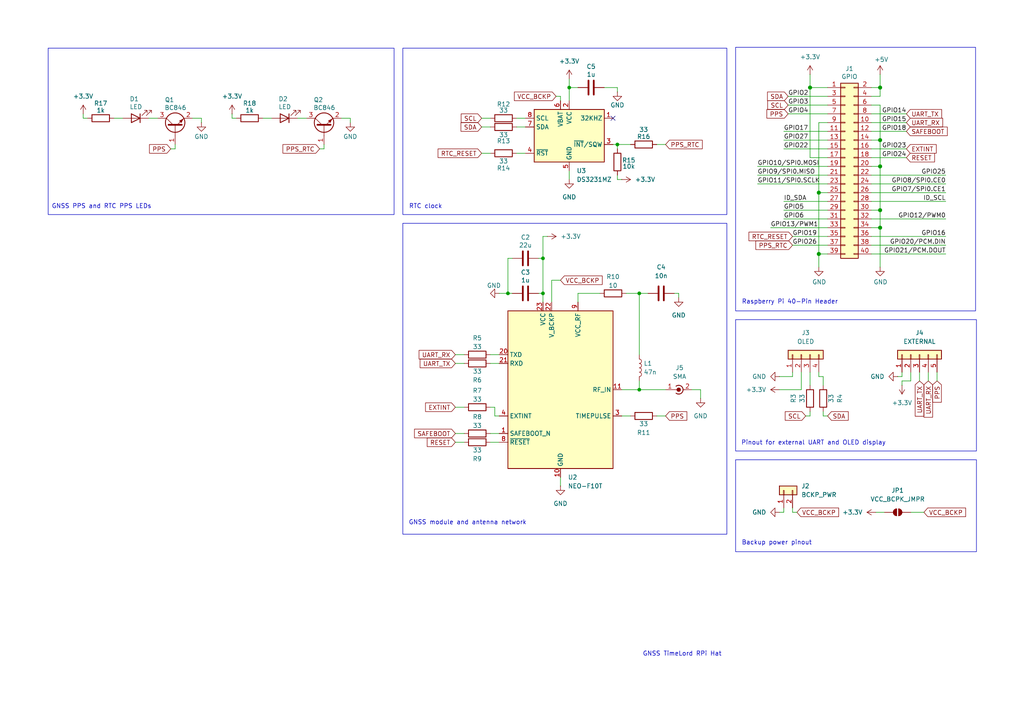
<source format=kicad_sch>
(kicad_sch (version 20250114) (generator "eeschema") (generator_version "9.0")
  (paper "A4")
  (title_block (date "15 nov 2012"))
  (lib_symbols
    (symbol "Connector:Conn_Coaxial_Power" (pin_names (offset 1.016) (hide yes))
      (property "Reference" "J" (at -5.08 -1.27 90))
      (property "Value" "Conn_Coaxial_Power" (at -3.175 -1.27 90))
      (symbol "Conn_Coaxial_Power_0_1"
        (arc (start 1.016 -0.508) (mid 1.2048 -0.8684) (end 1.27 -1.27) (stroke (width 0.254)))
        (polyline (pts (xy 0 0) (xy 0 -1.27)))
        (arc (start 1.27 -1.27) (mid 0 -2.5345) (end -1.27 -1.27) (stroke (width 0.254)))
        (arc (start -1.27 -1.27) (mid -1.2048 -0.8684) (end -1.016 -0.508) (stroke (width 0.254)))
        (circle (center 0 -1.27) (radius 0.508) (stroke (width 0.2032)) (fill (type outline)))
        (polyline (pts (xy 0 -2.54) (xy 0 -3.048)))
      )
      (symbol "Conn_Coaxial_Power_1_1"
        (pin passive line (at 0 2.54 270) (length 2.54) (name "In") (number "1"))
        (pin passive line (at 0 -5.08 90) (length 2.54) (name "Ext") (number "2"))
      )
    )
    (symbol "Connector_Generic:Conn_01x02" (pin_names (offset 1.016) (hide yes))
      (property "Reference" "J" (at 0 2.54 0))
      (property "Value" "Conn_01x02" (at 0 -5.08 0))
      (symbol "Conn_01x02_1_1"
        (rectangle (start -1.27 1.27) (end 1.27 -3.81) (stroke (width 0.254)) (fill (type background)))
        (rectangle (start -1.27 0.127) (end 0 -0.127) (stroke (width 0.1524)))
        (rectangle (start -1.27 -2.413) (end 0 -2.667) (stroke (width 0.1524)))
        (pin passive line (at -5.08 0 0) (length 3.81) (name "Pin_1") (number "1"))
        (pin passive line (at -5.08 -2.54 0) (length 3.81) (name "Pin_2") (number "2"))
      )
    )
    (symbol "Connector_Generic:Conn_01x04" (pin_names (offset 1.016) (hide yes))
      (property "Reference" "J" (at 0 5.08 0))
      (property "Value" "Conn_01x04" (at 0 -7.62 0))
      (symbol "Conn_01x04_1_1"
        (rectangle (start -1.27 3.81) (end 1.27 -6.35) (stroke (width 0.254)) (fill (type background)))
        (rectangle (start -1.27 2.667) (end 0 2.413) (stroke (width 0.1524)))
        (rectangle (start -1.27 0.127) (end 0 -0.127) (stroke (width 0.1524)))
        (rectangle (start -1.27 -2.413) (end 0 -2.667) (stroke (width 0.1524)))
        (rectangle (start -1.27 -4.953) (end 0 -5.207) (stroke (width 0.1524)))
        (pin passive line (at -5.08 2.54 0) (length 3.81) (name "Pin_1") (number "1"))
        (pin passive line (at -5.08 0 0) (length 3.81) (name "Pin_2") (number "2"))
        (pin passive line (at -5.08 -2.54 0) (length 3.81) (name "Pin_3") (number "3"))
        (pin passive line (at -5.08 -5.08 0) (length 3.81) (name "Pin_4") (number "4"))
      )
    )
    (symbol "Connector_Generic:Conn_01x05" (pin_names (offset 1.016) (hide yes))
      (property "Reference" "J" (at 0 7.62 0))
      (property "Value" "Conn_01x05" (at 0 -7.62 0))
      (symbol "Conn_01x05_1_1"
        (rectangle (start -1.27 6.35) (end 1.27 -6.35) (stroke (width 0.254)) (fill (type background)))
        (rectangle (start -1.27 5.207) (end 0 4.953) (stroke (width 0.1524)))
        (rectangle (start -1.27 2.667) (end 0 2.413) (stroke (width 0.1524)))
        (rectangle (start -1.27 0.127) (end 0 -0.127) (stroke (width 0.1524)))
        (rectangle (start -1.27 -2.413) (end 0 -2.667) (stroke (width 0.1524)))
        (rectangle (start -1.27 -4.953) (end 0 -5.207) (stroke (width 0.1524)))
        (pin passive line (at -5.08 5.08 0) (length 3.81) (name "Pin_1") (number "1"))
        (pin passive line (at -5.08 2.54 0) (length 3.81) (name "Pin_2") (number "2"))
        (pin passive line (at -5.08 0 0) (length 3.81) (name "Pin_3") (number "3"))
        (pin passive line (at -5.08 -2.54 0) (length 3.81) (name "Pin_4") (number "4"))
        (pin passive line (at -5.08 -5.08 0) (length 3.81) (name "Pin_5") (number "5"))
      )
    )
    (symbol "Connector_Generic:Conn_02x20_Odd_Even" (pin_names (offset 1.016) (hide yes))
      (property "Reference" "J" (at 1.27 25.4 0))
      (property "Value" "Conn_02x20_Odd_Even" (at 1.27 -27.94 0))
      (symbol "Conn_02x20_Odd_Even_1_1"
        (rectangle (start -1.27 24.13) (end 3.81 -26.67) (stroke (width 0.254)) (fill (type background)))
        (rectangle (start -1.27 22.987) (end 0 22.733) (stroke (width 0.1524)))
        (rectangle (start -1.27 20.447) (end 0 20.193) (stroke (width 0.1524)))
        (rectangle (start -1.27 17.907) (end 0 17.653) (stroke (width 0.1524)))
        (rectangle (start -1.27 15.367) (end 0 15.113) (stroke (width 0.1524)))
        (rectangle (start -1.27 12.827) (end 0 12.573) (stroke (width 0.1524)))
        (rectangle (start -1.27 10.287) (end 0 10.033) (stroke (width 0.1524)))
        (rectangle (start -1.27 7.747) (end 0 7.493) (stroke (width 0.1524)))
        (rectangle (start -1.27 5.207) (end 0 4.953) (stroke (width 0.1524)))
        (rectangle (start -1.27 2.667) (end 0 2.413) (stroke (width 0.1524)))
        (rectangle (start -1.27 0.127) (end 0 -0.127) (stroke (width 0.1524)))
        (rectangle (start -1.27 -2.413) (end 0 -2.667) (stroke (width 0.1524)))
        (rectangle (start -1.27 -4.953) (end 0 -5.207) (stroke (width 0.1524)))
        (rectangle (start -1.27 -7.493) (end 0 -7.747) (stroke (width 0.1524)))
        (rectangle (start -1.27 -10.033) (end 0 -10.287) (stroke (width 0.1524)))
        (rectangle (start -1.27 -12.573) (end 0 -12.827) (stroke (width 0.1524)))
        (rectangle (start -1.27 -15.113) (end 0 -15.367) (stroke (width 0.1524)))
        (rectangle (start -1.27 -17.653) (end 0 -17.907) (stroke (width 0.1524)))
        (rectangle (start -1.27 -20.193) (end 0 -20.447) (stroke (width 0.1524)))
        (rectangle (start -1.27 -22.733) (end 0 -22.987) (stroke (width 0.1524)))
        (rectangle (start -1.27 -25.273) (end 0 -25.527) (stroke (width 0.1524)))
        (rectangle (start 3.81 22.987) (end 2.54 22.733) (stroke (width 0.1524)))
        (rectangle (start 3.81 20.447) (end 2.54 20.193) (stroke (width 0.1524)))
        (rectangle (start 3.81 17.907) (end 2.54 17.653) (stroke (width 0.1524)))
        (rectangle (start 3.81 15.367) (end 2.54 15.113) (stroke (width 0.1524)))
        (rectangle (start 3.81 12.827) (end 2.54 12.573) (stroke (width 0.1524)))
        (rectangle (start 3.81 10.287) (end 2.54 10.033) (stroke (width 0.1524)))
        (rectangle (start 3.81 7.747) (end 2.54 7.493) (stroke (width 0.1524)))
        (rectangle (start 3.81 5.207) (end 2.54 4.953) (stroke (width 0.1524)))
        (rectangle (start 3.81 2.667) (end 2.54 2.413) (stroke (width 0.1524)))
        (rectangle (start 3.81 0.127) (end 2.54 -0.127) (stroke (width 0.1524)))
        (rectangle (start 3.81 -2.413) (end 2.54 -2.667) (stroke (width 0.1524)))
        (rectangle (start 3.81 -4.953) (end 2.54 -5.207) (stroke (width 0.1524)))
        (rectangle (start 3.81 -7.493) (end 2.54 -7.747) (stroke (width 0.1524)))
        (rectangle (start 3.81 -10.033) (end 2.54 -10.287) (stroke (width 0.1524)))
        (rectangle (start 3.81 -12.573) (end 2.54 -12.827) (stroke (width 0.1524)))
        (rectangle (start 3.81 -15.113) (end 2.54 -15.367) (stroke (width 0.1524)))
        (rectangle (start 3.81 -17.653) (end 2.54 -17.907) (stroke (width 0.1524)))
        (rectangle (start 3.81 -20.193) (end 2.54 -20.447) (stroke (width 0.1524)))
        (rectangle (start 3.81 -22.733) (end 2.54 -22.987) (stroke (width 0.1524)))
        (rectangle (start 3.81 -25.273) (end 2.54 -25.527) (stroke (width 0.1524)))
        (pin passive line (at -5.08 22.86 0) (length 3.81) (name "Pin_1") (number "1"))
        (pin passive line (at -5.08 20.32 0) (length 3.81) (name "Pin_3") (number "3"))
        (pin passive line (at -5.08 17.78 0) (length 3.81) (name "Pin_5") (number "5"))
        (pin passive line (at -5.08 15.24 0) (length 3.81) (name "Pin_7") (number "7"))
        (pin passive line (at -5.08 12.7 0) (length 3.81) (name "Pin_9") (number "9"))
        (pin passive line (at -5.08 10.16 0) (length 3.81) (name "Pin_11") (number "11"))
        (pin passive line (at -5.08 7.62 0) (length 3.81) (name "Pin_13") (number "13"))
        (pin passive line (at -5.08 5.08 0) (length 3.81) (name "Pin_15") (number "15"))
        (pin passive line (at -5.08 2.54 0) (length 3.81) (name "Pin_17") (number "17"))
        (pin passive line (at -5.08 0 0) (length 3.81) (name "Pin_19") (number "19"))
        (pin passive line (at -5.08 -2.54 0) (length 3.81) (name "Pin_21") (number "21"))
        (pin passive line (at -5.08 -5.08 0) (length 3.81) (name "Pin_23") (number "23"))
        (pin passive line (at -5.08 -7.62 0) (length 3.81) (name "Pin_25") (number "25"))
        (pin passive line (at -5.08 -10.16 0) (length 3.81) (name "Pin_27") (number "27"))
        (pin passive line (at -5.08 -12.7 0) (length 3.81) (name "Pin_29") (number "29"))
        (pin passive line (at -5.08 -15.24 0) (length 3.81) (name "Pin_31") (number "31"))
        (pin passive line (at -5.08 -17.78 0) (length 3.81) (name "Pin_33") (number "33"))
        (pin passive line (at -5.08 -20.32 0) (length 3.81) (name "Pin_35") (number "35"))
        (pin passive line (at -5.08 -22.86 0) (length 3.81) (name "Pin_37") (number "37"))
        (pin passive line (at -5.08 -25.4 0) (length 3.81) (name "Pin_39") (number "39"))
        (pin passive line (at 7.62 22.86 180) (length 3.81) (name "Pin_2") (number "2"))
        (pin passive line (at 7.62 20.32 180) (length 3.81) (name "Pin_4") (number "4"))
        (pin passive line (at 7.62 17.78 180) (length 3.81) (name "Pin_6") (number "6"))
        (pin passive line (at 7.62 15.24 180) (length 3.81) (name "Pin_8") (number "8"))
        (pin passive line (at 7.62 12.7 180) (length 3.81) (name "Pin_10") (number "10"))
        (pin passive line (at 7.62 10.16 180) (length 3.81) (name "Pin_12") (number "12"))
        (pin passive line (at 7.62 7.62 180) (length 3.81) (name "Pin_14") (number "14"))
        (pin passive line (at 7.62 5.08 180) (length 3.81) (name "Pin_16") (number "16"))
        (pin passive line (at 7.62 2.54 180) (length 3.81) (name "Pin_18") (number "18"))
        (pin passive line (at 7.62 0 180) (length 3.81) (name "Pin_20") (number "20"))
        (pin passive line (at 7.62 -2.54 180) (length 3.81) (name "Pin_22") (number "22"))
        (pin passive line (at 7.62 -5.08 180) (length 3.81) (name "Pin_24") (number "24"))
        (pin passive line (at 7.62 -7.62 180) (length 3.81) (name "Pin_26") (number "26"))
        (pin passive line (at 7.62 -10.16 180) (length 3.81) (name "Pin_28") (number "28"))
        (pin passive line (at 7.62 -12.7 180) (length 3.81) (name "Pin_30") (number "30"))
        (pin passive line (at 7.62 -15.24 180) (length 3.81) (name "Pin_32") (number "32"))
        (pin passive line (at 7.62 -17.78 180) (length 3.81) (name "Pin_34") (number "34"))
        (pin passive line (at 7.62 -20.32 180) (length 3.81) (name "Pin_36") (number "36"))
        (pin passive line (at 7.62 -22.86 180) (length 3.81) (name "Pin_38") (number "38"))
        (pin passive line (at 7.62 -25.4 180) (length 3.81) (name "Pin_40") (number "40"))
      )
    )
    (symbol "Device:C" (pin_numbers (hide yes)) (pin_names (offset 0.254))
      (property "Reference" "C" (at 0.635 2.54 0))
      (property "Value" "C" (at 0.635 -2.54 0))
      (symbol "C_0_1"
        (polyline (pts (xy -2.032 0.762) (xy 2.032 0.762)) (stroke (width 0.508)))
        (polyline (pts (xy -2.032 -0.762) (xy 2.032 -0.762)) (stroke (width 0.508)))
      )
      (symbol "C_1_1"
        (pin passive line (at 0 3.81 270) (length 2.794) (name "~") (number "1"))
        (pin passive line (at 0 -3.81 90) (length 2.794) (name "~") (number "2"))
      )
    )
    (symbol "Device:L" (pin_numbers (hide yes)) (pin_names (offset 1.016) (hide yes))
      (property "Reference" "L" (at -1.27 0 90))
      (property "Value" "L" (at 1.905 0 90))
      (symbol "L_0_1"
        (arc (start 0 2.54) (mid 0.6323 1.905) (end 0 1.27))
        (arc (start 0 1.27) (mid 0.6323 0.635) (end 0 0))
        (arc (start 0 0) (mid 0.6323 -0.635) (end 0 -1.27))
        (arc (start 0 -1.27) (mid 0.6323 -1.905) (end 0 -2.54))
      )
      (symbol "L_1_1"
        (pin passive line (at 0 3.81 270) (length 1.27) (name "1") (number "1"))
        (pin passive line (at 0 -3.81 90) (length 1.27) (name "2") (number "2"))
      )
    )
    (symbol "Device:LED" (pin_numbers (hide yes)) (pin_names (offset 1.016) (hide yes))
      (property "Reference" "D" (at 0 2.54 0))
      (property "Value" "LED" (at 0 -2.54 0))
      (symbol "LED_0_1"
        (polyline (pts (xy -3.048 -0.762) (xy -4.572 -2.286) (xy -3.81 -2.286) (xy -4.572 -2.286) (xy -4.572 -1.524)))
        (polyline (pts (xy -1.778 -0.762) (xy -3.302 -2.286) (xy -2.54 -2.286) (xy -3.302 -2.286) (xy -3.302 -1.524)))
        (polyline (pts (xy -1.27 0) (xy 1.27 0)))
        (polyline (pts (xy -1.27 -1.27) (xy -1.27 1.27)) (stroke (width 0.254)))
        (polyline (pts (xy 1.27 -1.27) (xy 1.27 1.27) (xy -1.27 0) (xy 1.27 -1.27)) (stroke (width 0.254)))
      )
      (symbol "LED_1_1"
        (pin passive line (at -3.81 0 0) (length 2.54) (name "K") (number "1"))
        (pin passive line (at 3.81 0 180) (length 2.54) (name "A") (number "2"))
      )
    )
    (symbol "Device:R" (pin_numbers (hide yes)) (pin_names (offset 0))
      (property "Reference" "R" (at 2.032 0 90))
      (property "Value" "R" (at 0 0 90))
      (symbol "R_0_1"
        (rectangle (start -1.016 -2.54) (end 1.016 2.54) (stroke (width 0.254)))
      )
      (symbol "R_1_1"
        (pin passive line (at 0 3.81 270) (length 1.27) (name "~") (number "1"))
        (pin passive line (at 0 -3.81 90) (length 1.27) (name "~") (number "2"))
      )
    )
    (symbol "Jumper:SolderJumper_2_Open" (pin_numbers (hide yes)) (pin_names (offset 0) (hide yes)) (exclude_from_sim yes) (in_bom no)
      (property "Reference" "JP" (at 0 2.032 0))
      (property "Value" "SolderJumper_2_Open" (at 0 -2.54 0))
      (symbol "SolderJumper_2_Open_0_1"
        (polyline (pts (xy -0.254 1.016) (xy -0.254 -1.016)))
        (arc (start -0.254 -1.016) (mid -1.2656 0) (end -0.254 1.016))
        (arc (start -0.254 -1.016) (mid -1.2656 0) (end -0.254 1.016) (fill (type outline)))
        (arc (start 0.254 1.016) (mid 1.2656 0) (end 0.254 -1.016))
        (arc (start 0.254 1.016) (mid 1.2656 0) (end 0.254 -1.016) (fill (type outline)))
        (polyline (pts (xy 0.254 1.016) (xy 0.254 -1.016)))
      )
      (symbol "SolderJumper_2_Open_1_1"
        (pin passive line (at -3.81 0 0) (length 2.54) (name "A") (number "1"))
        (pin passive line (at 3.81 0 180) (length 2.54) (name "B") (number "2"))
      )
    )
    (symbol "Timer_RTC:DS3231MZ"
      (property "Reference" "U" (at -7.62 8.89 0))
      (property "Value" "DS3231MZ" (at 11.43 8.89 0))
      (symbol "DS3231MZ_0_1"
        (rectangle (start -10.16 7.62) (end 10.16 -7.62) (stroke (width 0.254)) (fill (type background)))
      )
      (symbol "DS3231MZ_1_1"
        (pin input line (at -12.7 5.08 0) (length 2.54) (name "SCL") (number "8"))
        (pin bidirectional line (at -12.7 2.54 0) (length 2.54) (name "SDA") (number "7"))
        (pin bidirectional line (at -12.7 -5.08 0) (length 2.54) (name "~{RST}") (number "4"))
        (pin power_in line (at -2.54 10.16 270) (length 2.54) (name "VBAT") (number "6"))
        (pin power_in line (at 0 10.16 270) (length 2.54) (name "VCC") (number "2"))
        (pin power_in line (at 0 -10.16 90) (length 2.54) (name "GND") (number "5"))
        (pin open_collector line (at 12.7 5.08 180) (length 2.54) (name "32KHZ") (number "1"))
        (pin open_collector line (at 12.7 -2.54 180) (length 2.54) (name "~{INT}/SQW") (number "3"))
      )
    )
    (symbol "Transistor_BJT:BC846" (pin_names (offset 0) (hide yes))
      (property "Reference" "Q" (at 5.08 1.905 0))
      (property "Value" "BC846" (at 5.08 0 0))
      (symbol "BC846_0_1"
        (polyline (pts (xy -2.54 0) (xy 0.635 0)))
        (polyline (pts (xy 0.635 1.905) (xy 0.635 -1.905)) (stroke (width 0.508)))
        (circle (center 1.27 0) (radius 2.8194) (stroke (width 0.254)))
      )
      (symbol "BC846_1_1"
        (polyline (pts (xy 0.635 0.635) (xy 2.54 2.54)))
        (polyline (pts (xy 0.635 -0.635) (xy 2.54 -2.54)))
        (polyline (pts (xy 1.27 -1.778) (xy 1.778 -1.27) (xy 2.286 -2.286) (xy 1.27 -1.778)) (fill (type outline)))
        (pin input line (at -5.08 0 0) (length 2.54) (name "B") (number "1"))
        (pin passive line (at 2.54 5.08 270) (length 2.54) (name "C") (number "3"))
        (pin passive line (at 2.54 -5.08 90) (length 2.54) (name "E") (number "2"))
      )
    )
    (symbol "neo-f10t:NEO-F10T"
      (property "Reference" "U" (at -13.97 24.13 0))
      (property "Value" "NEO-F10T" (at 11.43 24.13 0))
      (symbol "NEO-F10T_0_1"
        (rectangle (start -15.24 22.86) (end 15.24 -22.86) (stroke (width 0.254)) (fill (type background)))
      )
      (symbol "NEO-F10T_1_1"
        (pin output line (at -17.78 10.16 0) (length 2.54) (name "TXD") (number "20"))
        (pin input line (at -17.78 7.62 0) (length 2.54) (name "RXD") (number "21"))
        (pin input line (at -17.78 -7.62 0) (length 2.54) (name "EXTINT") (number "4"))
        (pin bidirectional line (at -17.78 -12.7 0) (length 2.54) (name "SAFEBOOT_N") (number "1"))
        (pin input line (at -17.78 -15.24 0) (length 2.54) (name "~{RESET}") (number "8"))
        (pin no_connect line (at -15.24 17.78 0) (length 2.54) (hide yes) (name "RESERVED") (number "5"))
        (pin no_connect line (at -15.24 15.24 0) (length 2.54) (hide yes) (name "RESERVED") (number "6"))
        (pin no_connect line (at -15.24 2.54 0) (length 2.54) (hide yes) (name "RESERVED") (number "18"))
        (pin no_connect line (at -15.24 0 0) (length 2.54) (hide yes) (name "RESERVED") (number "19"))
        (pin no_connect line (at -15.24 -5.08 0) (length 2.54) (hide yes) (name "RESERVED") (number "15"))
        (pin no_connect line (at -15.24 -17.78 0) (length 2.54) (hide yes) (name "RESERVED") (number "2"))
        (pin power_in line (at -5.08 25.4 270) (length 2.54) (name "VCC") (number "23"))
        (pin power_in line (at -2.54 25.4 270) (length 2.54) (name "V_BCKP") (number "22"))
        (pin no_connect line (at 0 22.86 270) (length 2.54) (hide yes) (name "RESERVED") (number "7"))
        (pin power_in line (at 0 -25.4 90) (length 2.54) (name "GND") (number "10"))
        (pin passive line (at 0 -25.4 90) (length 2.54) (hide yes) (name "GND") (number "12"))
        (pin passive line (at 0 -25.4 90) (length 2.54) (hide yes) (name "GND") (number "13"))
        (pin passive line (at 0 -25.4 90) (length 2.54) (hide yes) (name "GND") (number "24"))
        (pin power_out line (at 5.08 25.4 270) (length 2.54) (name "VCC_RF") (number "9"))
        (pin no_connect line (at 15.24 5.08 180) (length 2.54) (hide yes) (name "RESERVED") (number "14"))
        (pin no_connect line (at 15.24 -10.16 180) (length 2.54) (hide yes) (name "RESERVED") (number "16"))
        (pin no_connect line (at 15.24 -12.7 180) (length 2.54) (hide yes) (name "RESERVED") (number "17"))
        (pin input line (at 17.78 0 180) (length 2.54) (name "RF_IN") (number "11"))
        (pin output line (at 17.78 -7.62 180) (length 2.54) (name "TIMEPULSE") (number "3"))
      )
    )
    (symbol "power:+3.3V" (power) (pin_numbers (hide yes)) (pin_names (offset 0) (hide yes))
      (property "Value" "+3.3V" (at 0 3.556 0))
      (symbol "+3.3V_0_1"
        (polyline (pts (xy -0.762 1.27) (xy 0 2.54)))
        (polyline (pts (xy 0 2.54) (xy 0.762 1.27)))
        (polyline (pts (xy 0 0) (xy 0 2.54)))
      )
      (symbol "+3.3V_1_1"
        (pin power_in line (at 0 0 90) (length 0) (name "~") (number "1"))
      )
    )
    (symbol "power:+5V" (power) (pin_numbers (hide yes)) (pin_names (offset 0) (hide yes))
      (property "Value" "+5V" (at 0 3.556 0))
      (symbol "+5V_0_1"
        (polyline (pts (xy -0.762 1.27) (xy 0 2.54)))
        (polyline (pts (xy 0 2.54) (xy 0.762 1.27)))
        (polyline (pts (xy 0 0) (xy 0 2.54)))
      )
      (symbol "+5V_1_1"
        (pin power_in line (at 0 0 90) (length 0) (name "~") (number "1"))
      )
    )
    (symbol "power:GND" (power) (pin_numbers (hide yes)) (pin_names (offset 0) (hide yes))
      (property "Value" "GND" (at 0 -3.81 0))
      (symbol "GND_0_1"
        (polyline (pts (xy 0 0) (xy 0 -1.27) (xy 1.27 -1.27) (xy 0 -2.54) (xy -1.27 -1.27) (xy 0 -1.27)))
      )
      (symbol "GND_1_1"
        (pin power_in line (at 0 0 270) (length 0) (name "~") (number "1"))
      )
    )
  )
  (rectangle (start 213.36 92.71) (end 283.21 130.81))
  (rectangle (start 213.36 13.716) (end 282.956 90.17))
  (rectangle (start 116.84 13.97) (end 210.82 62.23))
  (rectangle (start 13.97 13.97) (end 114.3 62.23))
  (rectangle (start 213.36 133.35) (end 283.21 160.02))
  (rectangle (start 116.84 64.77) (end 210.82 154.94))
  (text "RTC clock" (at 123.444 59.944 0) (effects (font (size 1.27 1.27))))
  (text "GNSS PPS and RTC PPS LEDs\n" (at 29.464 59.944 0) (effects (font (size 1.27 1.27))))
  (text "Backup power pinout" (at 225.298 157.48 0) (effects (font (size 1.27 1.27))))
  (text "GNSS TimeLord RPi Hat" (at 197.866 189.738 0) (effects (font (size 1.27 1.27))))
  (text "Pinout for external UART and OLED display" (at 235.966 128.524 0) (effects (font (size 1.27 1.27))))
  (text "GNSS module and antenna network" (at 135.636 151.638 0) (effects (font (size 1.27 1.27))))
  (text "Raspberry Pi 40-Pin Header" (at 229.108 87.63 0) (effects (font (size 1.27 1.27))))
  (junction (at 255.27 25.4) (diameter 1.016))
  (junction (at 255.27 40.64) (diameter 1.016))
  (junction (at 179.07 41.91))
  (junction (at 157.48 74.93))
  (junction (at 165.1 25.4))
  (junction (at 237.49 73.66) (diameter 1.016))
  (junction (at 237.49 55.88) (diameter 1.016))
  (junction (at 185.42 113.03))
  (junction (at 147.32 85.09))
  (junction (at 255.27 66.04) (diameter 1.016))
  (junction (at 255.27 60.96) (diameter 1.016))
  (junction (at 255.27 48.26) (diameter 1.016))
  (junction (at 157.48 85.09))
  (junction (at 185.42 85.09))
  (junction (at 234.95 25.4) (diameter 1.016))
  (no_connect (at 177.8 34.29))
  (wire (pts (xy 237.49 55.88) (xy 237.49 73.66)))
  (wire (pts (xy 252.73 55.88) (xy 274.32 55.88)))
  (wire (pts (xy 196.85 86.36) (xy 196.85 85.09)))
  (wire (pts (xy 240.03 38.1) (xy 227.33 38.1)))
  (wire (pts (xy 234.95 120.65) (xy 233.68 120.65)))
  (wire (pts (xy 58.42 34.29) (xy 58.42 35.56)))
  (wire (pts (xy 229.87 109.22) (xy 229.87 107.95)))
  (wire (pts (xy 227.33 148.59) (xy 227.33 147.32)))
  (wire (pts (xy 255.27 30.48) (xy 255.27 40.64)))
  (wire (pts (xy 255.27 48.26) (xy 252.73 48.26)))
  (wire (pts (xy 142.24 125.73) (xy 144.78 125.73)))
  (wire (pts (xy 92.71 43.18) (xy 93.98 43.18)))
  (wire (pts (xy 165.1 25.4) (xy 165.1 22.86)))
  (wire (pts (xy 149.86 44.45) (xy 152.4 44.45)))
  (wire (pts (xy 261.62 110.49) (xy 261.62 111.76)))
  (wire (pts (xy 255.27 60.96) (xy 255.27 66.04)))
  (wire (pts (xy 147.32 74.93) (xy 148.59 74.93)))
  (wire (pts (xy 226.06 109.22) (xy 229.87 109.22)))
  (wire (pts (xy 179.07 26.67) (xy 179.07 25.4)))
  (wire (pts (xy 147.32 85.09) (xy 147.32 74.93)))
  (wire (pts (xy 142.24 105.41) (xy 144.78 105.41)))
  (wire (pts (xy 143.51 118.11) (xy 143.51 120.65)))
  (wire (pts (xy 238.76 109.22) (xy 238.76 111.76)))
  (wire (pts (xy 180.34 52.07) (xy 179.07 52.07)))
  (wire (pts (xy 255.27 48.26) (xy 255.27 60.96)))
  (wire (pts (xy 252.73 33.02) (xy 262.89 33.02)))
  (wire (pts (xy 139.7 44.45) (xy 142.24 44.45)))
  (wire (pts (xy 237.49 35.56) (xy 237.49 55.88)))
  (wire (pts (xy 266.7 107.95) (xy 266.7 110.49)))
  (wire (pts (xy 24.13 34.29) (xy 25.4 34.29)))
  (wire (pts (xy 261.62 109.22) (xy 261.62 107.95)))
  (wire (pts (xy 157.48 87.63) (xy 157.48 85.09)))
  (wire (pts (xy 24.13 33.02) (xy 24.13 34.29)))
  (wire (pts (xy 237.49 35.56) (xy 240.03 35.56)))
  (wire (pts (xy 252.73 53.34) (xy 274.32 53.34)))
  (wire (pts (xy 49.53 43.18) (xy 50.8 43.18)))
  (wire (pts (xy 240.03 58.42) (xy 227.33 58.42)))
  (wire (pts (xy 234.95 120.65) (xy 234.95 119.38)))
  (wire (pts (xy 227.33 60.96) (xy 240.03 60.96)))
  (wire (pts (xy 179.07 52.07) (xy 179.07 50.8)))
  (wire (pts (xy 149.86 34.29) (xy 152.4 34.29)))
  (wire (pts (xy 240.03 120.65) (xy 238.76 120.65)))
  (wire (pts (xy 156.21 85.09) (xy 157.48 85.09)))
  (wire (pts (xy 101.6 34.29) (xy 101.6 35.56)))
  (wire (pts (xy 237.49 55.88) (xy 240.03 55.88)))
  (wire (pts (xy 252.73 43.18) (xy 262.89 43.18)))
  (wire (pts (xy 162.56 27.94) (xy 161.29 27.94)))
  (wire (pts (xy 226.06 148.59) (xy 227.33 148.59)))
  (wire (pts (xy 142.24 128.27) (xy 144.78 128.27)))
  (wire (pts (xy 139.7 36.83) (xy 142.24 36.83)))
  (wire (pts (xy 252.73 73.66) (xy 274.32 73.66)))
  (wire (pts (xy 237.49 73.66) (xy 237.49 77.47)))
  (wire (pts (xy 227.33 40.64) (xy 240.03 40.64)))
  (wire (pts (xy 157.48 68.58) (xy 158.75 68.58)))
  (wire (pts (xy 234.95 21.59) (xy 234.95 25.4)))
  (wire (pts (xy 226.06 113.03) (xy 232.41 113.03)))
  (wire (pts (xy 180.34 113.03) (xy 185.42 113.03)))
  (wire (pts (xy 271.78 107.95) (xy 271.78 110.49)))
  (wire (pts (xy 147.32 85.09) (xy 148.59 85.09)))
  (wire (pts (xy 177.8 41.91) (xy 179.07 41.91)))
  (wire (pts (xy 43.18 34.29) (xy 45.72 34.29)))
  (wire (pts (xy 203.2 113.03) (xy 200.66 113.03)))
  (wire (pts (xy 255.27 66.04) (xy 252.73 66.04)))
  (wire (pts (xy 33.02 34.29) (xy 35.56 34.29)))
  (wire (pts (xy 185.42 113.03) (xy 193.04 113.03)))
  (wire (pts (xy 67.31 34.29) (xy 68.58 34.29)))
  (wire (pts (xy 228.6 30.48) (xy 240.03 30.48)))
  (wire (pts (xy 165.1 49.53) (xy 165.1 52.07)))
  (wire (pts (xy 181.61 85.09) (xy 185.42 85.09)))
  (wire (pts (xy 219.71 53.34) (xy 240.03 53.34)))
  (wire (pts (xy 261.62 110.49) (xy 264.16 110.49)))
  (wire (pts (xy 234.95 45.72) (xy 240.03 45.72)))
  (wire (pts (xy 101.6 34.29) (xy 99.06 34.29)))
  (wire (pts (xy 240.03 27.94) (xy 228.6 27.94)))
  (wire (pts (xy 260.35 109.22) (xy 261.62 109.22)))
  (wire (pts (xy 255.27 25.4) (xy 255.27 27.94)))
  (wire (pts (xy 132.08 118.11) (xy 134.62 118.11)))
  (wire (pts (xy 160.02 81.28) (xy 162.56 81.28)))
  (wire (pts (xy 196.85 85.09) (xy 195.58 85.09)))
  (wire (pts (xy 229.87 148.59) (xy 229.87 147.32)))
  (wire (pts (xy 255.27 40.64) (xy 255.27 48.26)))
  (wire (pts (xy 252.73 38.1) (xy 262.89 38.1)))
  (wire (pts (xy 255.27 40.64) (xy 252.73 40.64)))
  (wire (pts (xy 264.16 148.59) (xy 267.97 148.59)))
  (wire (pts (xy 162.56 29.21) (xy 162.56 27.94)))
  (wire (pts (xy 255.27 21.59) (xy 255.27 25.4)))
  (wire (pts (xy 228.6 33.02) (xy 240.03 33.02)))
  (wire (pts (xy 255.27 25.4) (xy 252.73 25.4)))
  (wire (pts (xy 229.87 68.58) (xy 240.03 68.58)))
  (wire (pts (xy 234.95 25.4) (xy 234.95 45.72)))
  (wire (pts (xy 252.73 45.72) (xy 262.89 45.72)))
  (wire (pts (xy 142.24 118.11) (xy 143.51 118.11)))
  (wire (pts (xy 252.73 35.56) (xy 262.89 35.56)))
  (wire (pts (xy 50.8 43.18) (xy 50.8 41.91)))
  (wire (pts (xy 185.42 102.87) (xy 185.42 85.09)))
  (wire (pts (xy 76.2 34.29) (xy 78.74 34.29)))
  (wire (pts (xy 238.76 120.65) (xy 238.76 119.38)))
  (wire (pts (xy 227.33 43.18) (xy 240.03 43.18)))
  (wire (pts (xy 157.48 74.93) (xy 157.48 85.09)))
  (wire (pts (xy 219.71 50.8) (xy 240.03 50.8)))
  (wire (pts (xy 167.64 25.4) (xy 165.1 25.4)))
  (wire (pts (xy 132.08 102.87) (xy 134.62 102.87)))
  (wire (pts (xy 269.24 107.95) (xy 269.24 110.49)))
  (wire (pts (xy 139.7 34.29) (xy 142.24 34.29)))
  (wire (pts (xy 234.95 107.95) (xy 234.95 111.76)))
  (wire (pts (xy 227.33 63.5) (xy 240.03 63.5)))
  (wire (pts (xy 58.42 34.29) (xy 55.88 34.29)))
  (wire (pts (xy 255.27 27.94) (xy 252.73 27.94)))
  (wire (pts (xy 193.04 120.65) (xy 190.5 120.65)))
  (wire (pts (xy 67.31 33.02) (xy 67.31 34.29)))
  (wire (pts (xy 252.73 68.58) (xy 274.32 68.58)))
  (wire (pts (xy 93.98 43.18) (xy 93.98 41.91)))
  (wire (pts (xy 252.73 63.5) (xy 274.32 63.5)))
  (wire (pts (xy 237.49 73.66) (xy 240.03 73.66)))
  (wire (pts (xy 143.51 120.65) (xy 144.78 120.65)))
  (wire (pts (xy 238.76 109.22) (xy 237.49 109.22)))
  (wire (pts (xy 252.73 71.12) (xy 274.32 71.12)))
  (wire (pts (xy 132.08 105.41) (xy 134.62 105.41)))
  (wire (pts (xy 264.16 110.49) (xy 264.16 107.95)))
  (wire (pts (xy 255.27 30.48) (xy 252.73 30.48)))
  (wire (pts (xy 229.87 71.12) (xy 240.03 71.12)))
  (wire (pts (xy 185.42 110.49) (xy 185.42 113.03)))
  (wire (pts (xy 157.48 68.58) (xy 157.48 74.93)))
  (wire (pts (xy 175.26 25.4) (xy 179.07 25.4)))
  (wire (pts (xy 232.41 113.03) (xy 232.41 107.95)))
  (wire (pts (xy 203.2 115.57) (xy 203.2 113.03)))
  (wire (pts (xy 132.08 125.73) (xy 134.62 125.73)))
  (wire (pts (xy 237.49 109.22) (xy 237.49 107.95)))
  (wire (pts (xy 231.14 148.59) (xy 229.87 148.59)))
  (wire (pts (xy 162.56 138.43) (xy 162.56 140.97)))
  (wire (pts (xy 179.07 43.18) (xy 179.07 41.91)))
  (wire (pts (xy 167.64 85.09) (xy 173.99 85.09)))
  (wire (pts (xy 255.27 66.04) (xy 255.27 77.47)))
  (wire (pts (xy 167.64 87.63) (xy 167.64 85.09)))
  (wire (pts (xy 252.73 50.8) (xy 274.32 50.8)))
  (wire (pts (xy 240.03 66.04) (xy 223.52 66.04)))
  (wire (pts (xy 160.02 81.28) (xy 160.02 87.63)))
  (wire (pts (xy 165.1 25.4) (xy 165.1 29.21)))
  (wire (pts (xy 187.96 85.09) (xy 185.42 85.09)))
  (wire (pts (xy 86.36 34.29) (xy 88.9 34.29)))
  (wire (pts (xy 156.21 74.93) (xy 157.48 74.93)))
  (wire (pts (xy 255.27 60.96) (xy 252.73 60.96)))
  (wire (pts (xy 234.95 25.4) (xy 240.03 25.4)))
  (wire (pts (xy 132.08 128.27) (xy 134.62 128.27)))
  (wire (pts (xy 190.5 41.91) (xy 193.04 41.91)))
  (wire (pts (xy 142.24 102.87) (xy 144.78 102.87)))
  (wire (pts (xy 144.78 85.09) (xy 147.32 85.09)))
  (wire (pts (xy 180.34 120.65) (xy 182.88 120.65)))
  (wire (pts (xy 240.03 48.26) (xy 219.71 48.26)))
  (wire (pts (xy 252.73 58.42) (xy 274.32 58.42)))
  (wire (pts (xy 179.07 41.91) (xy 182.88 41.91)))
  (wire (pts (xy 149.86 36.83) (xy 152.4 36.83)))
  (wire (pts (xy 254 148.59) (xy 256.54 148.59)))
  (label "ID_SDA" (at 227.33 58.42 0))
  (label "GPIO6" (at 227.33 63.5 0))
  (label "ID_SCL" (at 274.32 58.42 180))
  (label "GPIO5" (at 227.33 60.96 0))
  (label "GPIO21{slash}PCM.DOUT" (at 274.32 73.66 180))
  (label "GPIO19" (at 229.87 68.58 0))
  (label "GPIO10{slash}SPI0.MOSI" (at 219.71 48.26 0))
  (label "GPIO9{slash}SPI0.MISO" (at 219.71 50.8 0))
  (label "GPIO23" (at 262.89 43.18 180))
  (label "GPIO4" (at 228.6 33.02 0))
  (label "GPIO27" (at 227.33 40.64 0))
  (label "GPIO26" (at 229.87 71.12 0))
  (label "GPIO14" (at 262.89 33.02 180))
  (label "GPIO8{slash}SPI0.CE0" (at 274.32 53.34 180))
  (label "GPIO15" (at 262.89 35.56 180))
  (label "GPIO16" (at 274.32 68.58 180))
  (label "GPIO22" (at 227.33 43.18 0))
  (label "GPIO2" (at 228.6 27.94 0))
  (label "GPIO17" (at 227.33 38.1 0))
  (label "GPIO25" (at 274.32 50.8 180))
  (label "GPIO3" (at 228.6 30.48 0))
  (label "GPIO18" (at 262.89 38.1 180))
  (label "GPIO12{slash}PWM0" (at 274.32 63.5 180))
  (label "GPIO13{slash}PWM1" (at 223.52 66.04 0))
  (label "GPIO20{slash}PCM.DIN" (at 274.32 71.12 180))
  (label "GPIO24" (at 262.89 45.72 180))
  (label "GPIO7{slash}SPI0.CE1" (at 274.32 55.88 180))
  (label "GPIO11{slash}SPI0.SCLK" (at 219.71 53.34 0))
  (global_label "SAFEBOOT" (shape input) (at 132.08 125.73 180) (property "Intersheetrefs" "${INTERSHEET_REFS}" (effects (hide yes))))
  (global_label "RESET" (shape input) (at 132.08 128.27 180) (property "Intersheetrefs" "${INTERSHEET_REFS}" (effects (hide yes))))
  (global_label "UART_RX" (shape input) (at 269.24 110.49 270) (property "Intersheetrefs" "${INTERSHEET_REFS}" (effects (hide yes))))
  (global_label "UART_TX" (shape input) (at 262.89 33.02 0) (property "Intersheetrefs" "${INTERSHEET_REFS}" (effects (hide yes))))
  (global_label "PPS" (shape input) (at 228.6 33.02 180) (property "Intersheetrefs" "${INTERSHEET_REFS}" (effects (hide yes))))
  (global_label "VCC_BCKP" (shape input) (at 231.14 148.59 0) (property "Intersheetrefs" "${INTERSHEET_REFS}" (effects (hide yes))))
  (global_label "PPS_RTC" (shape input) (at 229.87 71.12 180) (property "Intersheetrefs" "${INTERSHEET_REFS}" (effects (hide yes))))
  (global_label "SCL" (shape input) (at 228.6 30.48 180) (property "Intersheetrefs" "${INTERSHEET_REFS}" (effects (hide yes))))
  (global_label "VCC_BCKP" (shape input) (at 161.29 27.94 180) (property "Intersheetrefs" "${INTERSHEET_REFS}" (effects (hide yes))))
  (global_label "UART_RX" (shape input) (at 262.89 35.56 0) (property "Intersheetrefs" "${INTERSHEET_REFS}" (effects (hide yes))))
  (global_label "UART_RX" (shape input) (at 132.08 102.87 180) (property "Intersheetrefs" "${INTERSHEET_REFS}" (effects (hide yes))))
  (global_label "SAFEBOOT" (shape input) (at 262.89 38.1 0) (property "Intersheetrefs" "${INTERSHEET_REFS}" (effects (hide yes))))
  (global_label "PPS" (shape input) (at 271.78 110.49 270) (property "Intersheetrefs" "${INTERSHEET_REFS}" (effects (hide yes))))
  (global_label "RTC_RESET" (shape input) (at 229.87 68.58 180) (property "Intersheetrefs" "${INTERSHEET_REFS}" (effects (hide yes))))
  (global_label "SCL" (shape input) (at 233.68 120.65 180) (property "Intersheetrefs" "${INTERSHEET_REFS}" (effects (hide yes))))
  (global_label "PPS_RTC" (shape input) (at 193.04 41.91 0) (property "Intersheetrefs" "${INTERSHEET_REFS}" (effects (hide yes))))
  (global_label "PPS" (shape input) (at 193.04 120.65 0) (property "Intersheetrefs" "${INTERSHEET_REFS}" (effects (hide yes))))
  (global_label "RESET" (shape input) (at 262.89 45.72 0) (property "Intersheetrefs" "${INTERSHEET_REFS}" (effects (hide yes))))
  (global_label "UART_TX" (shape input) (at 266.7 110.49 270) (property "Intersheetrefs" "${INTERSHEET_REFS}" (effects (hide yes))))
  (global_label "SDA" (shape input) (at 228.6 27.94 180) (property "Intersheetrefs" "${INTERSHEET_REFS}" (effects (hide yes))))
  (global_label "VCC_BCKP" (shape input) (at 267.97 148.59 0) (property "Intersheetrefs" "${INTERSHEET_REFS}" (effects (hide yes))))
  (global_label "RTC_RESET" (shape input) (at 139.7 44.45 180) (property "Intersheetrefs" "${INTERSHEET_REFS}" (effects (hide yes))))
  (global_label "EXTINT" (shape input) (at 132.08 118.11 180) (property "Intersheetrefs" "${INTERSHEET_REFS}" (effects (hide yes))))
  (global_label "PPS" (shape input) (at 49.53 43.18 180) (property "Intersheetrefs" "${INTERSHEET_REFS}" (effects (hide yes))))
  (global_label "EXTINT" (shape input) (at 262.89 43.18 0) (property "Intersheetrefs" "${INTERSHEET_REFS}" (effects (hide yes))))
  (global_label "SCL" (shape input) (at 139.7 34.29 180) (property "Intersheetrefs" "${INTERSHEET_REFS}" (effects (hide yes))))
  (global_label "SDA" (shape input) (at 240.03 120.65 0) (property "Intersheetrefs" "${INTERSHEET_REFS}" (effects (hide yes))))
  (global_label "UART_TX" (shape input) (at 132.08 105.41 180) (property "Intersheetrefs" "${INTERSHEET_REFS}" (effects (hide yes))))
  (global_label "SDA" (shape input) (at 139.7 36.83 180) (property "Intersheetrefs" "${INTERSHEET_REFS}" (effects (hide yes))))
  (global_label "PPS_RTC" (shape input) (at 92.71 43.18 180) (property "Intersheetrefs" "${INTERSHEET_REFS}" (effects (hide yes))))
  (global_label "VCC_BCKP" (shape input) (at 162.56 81.28 0) (property "Intersheetrefs" "${INTERSHEET_REFS}" (effects (hide yes))))
  (symbol (lib_id "power:+5V") (at 255.27 21.59 0) (unit 1)
    (property "Reference" "#PWR01" (effects (hide yes)))
    (property "Value" "+5V" (at 255.6383 17.2656 0))
    (property "Description" "Power symbol creates a global label with name \"+5V\"" (effects (hide yes)))
  )
  (symbol (lib_id "power:GND") (at 255.27 77.47 0) (unit 1)
    (property "Reference" "#PWR02" (effects (hide yes)))
    (property "Value" "GND" (at 255.3843 81.7944 0))
    (property "Description" "Power symbol creates a global label with name \"GND\" , ground" (effects (hide yes)))
  )
  (symbol (lib_id "power:GND") (at 237.49 77.47 0) (unit 1)
    (property "Reference" "#PWR03" (effects (hide yes)))
    (property "Value" "GND" (at 237.6043 81.7944 0))
    (property "Description" "Power symbol creates a global label with name \"GND\" , ground" (effects (hide yes)))
  )
  (symbol (lib_id "Connector_Generic:Conn_02x20_Odd_Even") (at 245.11 48.26 0) (unit 1)
    (property "Reference" "J1" (at 246.38 19.9198 0))
    (property "Value" "GPIO" (at 246.38 22.225 0))
    (property "Footprint" "Connector_PinSocket_2.54mm:PinSocket_2x20_P2.54mm_Vertical" (effects (hide yes)))
    (property "Description" "Generic connector, double row, 02x20, odd/even pin numbering scheme (row 1 odd numbers, row 2 even numbers), script generated (kicad-library-utils/schlib/autogen/connector/)" (effects (hide yes)))
  )
  (symbol (lib_id "power:+3.3V") (at 234.95 21.59 0) (unit 1)
    (property "Reference" "#PWR0121" (effects (hide yes)))
    (property "Value" "+3.3V" (at 234.95 16.51 0))
    (property "Description" "Power symbol creates a global label with name \"+3.3V\"" (effects (hide yes)))
  )
  (symbol (lib_id "Device:C") (at 191.77 85.09 90) (unit 1)
    (property "Reference" "C4" (at 191.77 77.47 90))
    (property "Value" "10n" (at 191.77 80.01 90))
    (property "Footprint" "Capacitor_SMD:C_0805_2012Metric" (effects (hide yes)))
    (property "Description" "Unpolarized capacitor" (effects (hide yes)))
    (property "MFR" "791-0805N103G500CT" (effects (hide yes)))
  )
  (symbol (lib_id "neo-f10t:NEO-F10T") (at 162.56 113.03 0) (unit 1)
    (property "Reference" "U2" (at 164.7033 138.43 0) (effects (justify left)))
    (property "Value" "NEO-F10T" (at 164.7033 140.97 0) (effects (justify left)))
    (property "Footprint" "RF_GPS:ublox_NEO" (effects (hide yes)))
    (property "Datasheet" "https://content.u-blox.com/sites/default/files/documents/NEO-LEA-M8T-FW3_DataSheet_UBX-15025193.pdf" (effects (hide yes)))
    (property "Description" "GNSS Module NEO M8, VCC 2.7V to 3.6V" (effects (hide yes)))
    (property "MFR" "377-NEO-F10T-00B" (effects (hide yes)))
  )
  (symbol (lib_id "power:GND") (at 196.85 86.36 0) (unit 1)
    (property "Reference" "#PWR0111" (effects (hide yes)))
    (property "Value" "GND" (at 196.85 91.44 0))
    (property "Description" "Power symbol creates a global label with name \"GND\" , ground" (effects (hide yes)))
  )
  (symbol (lib_id "power:GND") (at 260.35 109.22 270) (unit 1)
    (property "Reference" "#PWR0120" (effects (hide yes)))
    (property "Value" "GND" (at 256.54 109.22 90) (effects (justify right)))
    (property "Description" "Power symbol creates a global label with name \"GND\" , ground" (effects (hide yes)))
  )
  (symbol (lib_id "Device:R") (at 177.8 85.09 90) (unit 1)
    (property "Reference" "R10" (at 177.8 80.264 90))
    (property "Value" "10" (at 177.8 82.804 90))
    (property "Footprint" "Resistor_SMD:R_0805_2012Metric" (effects (hide yes)))
    (property "Description" "Resistor" (effects (hide yes)))
    (property "MFR" "603-RT0805FRE1310RL" (effects (hide yes)))
  )
  (symbol (lib_id "power:+3.3V") (at 261.62 111.76 180) (unit 1)
    (property "Reference" "#PWR0117" (effects (hide yes)))
    (property "Value" "+3.3V" (at 261.62 116.84 0))
    (property "Description" "Power symbol creates a global label with name \"+3.3V\"" (effects (hide yes)))
  )
  (symbol (lib_id "Device:R") (at 179.07 46.99 0) (unit 1)
    (property "Reference" "R15" (at 182.372 46.482 0))
    (property "Value" "10k" (at 182.372 48.26 0))
    (property "Footprint" "Resistor_SMD:R_0805_2012Metric" (effects (hide yes)))
    (property "Description" "Resistor" (effects (hide yes)))
    (property "MFR" "603-RT0805FRE1310KL" (effects (hide yes)))
  )
  (symbol (lib_id "power:+3.3V") (at 254 148.59 90) (unit 1)
    (property "Reference" "#PWR0122" (effects (hide yes)))
    (property "Value" "+3.3V" (at 250.19 148.5899 90) (effects (justify left)))
    (property "Description" "Power symbol creates a global label with name \"+3.3V\"" (effects (hide yes)))
  )
  (symbol (lib_id "power:GND") (at 58.42 35.56 0) (unit 1)
    (property "Reference" "#PWR0114" (effects (hide yes)))
    (property "Value" "GND" (at 58.42 39.624 0))
    (property "Description" "Power symbol creates a global label with name \"GND\" , ground" (effects (hide yes)))
  )
  (symbol (lib_id "power:+3.3V") (at 165.1 22.86 0) (unit 1)
    (property "Reference" "#PWR0110" (effects (hide yes)))
    (property "Value" "+3.3V" (at 165.1 17.78 0))
    (property "Description" "Power symbol creates a global label with name \"+3.3V\"" (effects (hide yes)))
  )
  (symbol (lib_id "Device:R") (at 138.43 125.73 90) (unit 1)
    (property "Reference" "R8" (at 138.43 120.904 90))
    (property "Value" "33" (at 138.43 123.444 90))
    (property "Footprint" "Resistor_SMD:R_0603_1608Metric" (effects (hide yes)))
    (property "Description" "Resistor" (effects (hide yes)))
    (property "MFR" "603-RT0603FRE0733RL" (effects (hide yes)))
  )
  (symbol (lib_id "Device:R") (at 186.69 41.91 270) (unit 1)
    (property "Reference" "R16" (at 186.69 39.624 90))
    (property "Value" "33" (at 186.69 37.592 90))
    (property "Footprint" "Resistor_SMD:R_0603_1608Metric" (effects (hide yes)))
    (property "Description" "Resistor" (effects (hide yes)))
    (property "MFR" "603-RT0603FRE0733RL" (effects (hide yes)))
  )
  (symbol (lib_id "power:+3.3V") (at 226.06 113.03 90) (unit 1)
    (property "Reference" "#PWR0119" (effects (hide yes)))
    (property "Value" "+3.3V" (at 222.25 113.0299 90) (effects (justify left)))
    (property "Description" "Power symbol creates a global label with name \"+3.3V\"" (effects (hide yes)))
  )
  (symbol (lib_id "Device:R") (at 29.21 34.29 90) (unit 1)
    (property "Reference" "R17" (at 29.21 29.972 90))
    (property "Value" "1k" (at 29.21 32.004 90))
    (property "Footprint" "Resistor_SMD:R_0805_2012Metric" (effects (hide yes)))
    (property "Description" "Resistor" (effects (hide yes)))
    (property "MFR" "603-RT0805DRD071KL" (effects (hide yes)))
  )
  (symbol (lib_id "Device:C") (at 171.45 25.4 90) (unit 1)
    (property "Reference" "C5" (at 171.45 19.304 90))
    (property "Value" "1u" (at 171.45 21.59 90))
    (property "Footprint" "Capacitor_SMD:C_0603_1608Metric" (effects (hide yes)))
    (property "Description" "Unpolarized capacitor" (effects (hide yes)))
    (property "MFR" "81-GRM188D72A105KE1D" (effects (hide yes)))
  )
  (symbol (lib_id "Connector:Conn_Coaxial_Power") (at 195.58 113.03 90) (unit 1)
    (property "Reference" "J5" (at 197.104 106.68 90))
    (property "Value" "SMA" (at 197.104 109.22 90))
    (property "Footprint" "Connector_Coaxial:SMA_Amphenol_132289_EdgeMount" (effects (hide yes)))
    (property "Description" "SMA" (effects (hide yes)))
    (property "MFR" "CON-SMA-EDGE-S" (effects (hide yes)))
  )
  (symbol (lib_id "Device:C") (at 152.4 74.93 90) (unit 1)
    (property "Reference" "C2" (at 152.4 68.834 90))
    (property "Value" "22u" (at 152.4 71.12 90))
    (property "Footprint" "Capacitor_SMD:C_0805_2012Metric" (effects (hide yes)))
    (property "Description" "Unpolarized capacitor" (effects (hide yes)))
    (property "MFR" "187-CL21A226MAYNNNE" (effects (hide yes)))
  )
  (symbol (lib_id "power:+3.3V") (at 67.31 33.02 0) (unit 1)
    (property "Reference" "#PWR05" (effects (hide yes)))
    (property "Value" "+3.3V" (at 67.31 27.94 0))
    (property "Description" "Power symbol creates a global label with name \"+3.3V\"" (effects (hide yes)))
  )
  (symbol (lib_id "Device:R") (at 138.43 105.41 270) (unit 1)
    (property "Reference" "R6" (at 138.43 110.236 90))
    (property "Value" "33" (at 138.43 107.696 90))
    (property "Footprint" "Resistor_SMD:R_0603_1608Metric" (effects (hide yes)))
    (property "Description" "Resistor" (effects (hide yes)))
    (property "MFR" "603-RT0603FRE0733RL" (effects (hide yes)))
  )
  (symbol (lib_id "power:GND") (at 144.78 85.09 270) (unit 1)
    (property "Reference" "#PWR0115" (effects (hide yes)))
    (property "Value" "GND" (at 143.256 82.804 90))
    (property "Description" "Power symbol creates a global label with name \"GND\" , ground" (effects (hide yes)))
  )
  (symbol (lib_id "Connector_Generic:Conn_01x04") (at 232.41 102.87 90) (unit 1)
    (property "Reference" "J3" (at 233.68 96.52 90))
    (property "Value" "OLED" (at 233.68 99.06 90))
    (property "Footprint" "Connector_PinSocket_2.54mm:PinSocket_1x04_P2.54mm_Vertical" (effects (hide yes)))
    (property "Description" "Generic connector, single row, 01x04, script generated (kicad-library-utils/schlib/autogen/connector/)" (effects (hide yes)))
  )
  (symbol (lib_id "Device:LED") (at 39.37 34.29 180) (unit 1)
    (property "Reference" "D1" (at 37.592 28.702 0) (effects (justify right)))
    (property "Value" "LED" (at 37.592 30.988 0) (effects (justify right)))
    (property "Footprint" "LED_SMD:LED_0603_1608Metric" (effects (hide yes)))
    (property "Description" "Light emitting diode" (effects (hide yes)))
    (property "Sim.Pins" "1=K 2=A" (effects (hide yes)))
    (property "MFR" "720-KRDELPS122A5163" (effects (hide yes)))
  )
  (symbol (lib_id "Connector_Generic:Conn_01x02") (at 227.33 142.24 90) (unit 1)
    (property "Reference" "J2" (at 232.41 140.9699 90) (effects (justify right)))
    (property "Value" "BCKP_PWR" (at 232.41 143.5099 90) (effects (justify right)))
    (property "Footprint" "Connector_PinHeader_2.54mm:PinHeader_1x02_P2.54mm_Vertical" (effects (hide yes)))
    (property "Description" "Generic connector, single row, 01x02, script generated (kicad-library-utils/schlib/autogen/connector/)" (effects (hide yes)))
  )
  (symbol (lib_id "power:GND") (at 162.56 140.97 0) (unit 1)
    (property "Reference" "#PWR0106" (effects (hide yes)))
    (property "Value" "GND" (at 162.56 146.05 0))
    (property "Description" "Power symbol creates a global label with name \"GND\" , ground" (effects (hide yes)))
  )
  (symbol (lib_id "power:GND") (at 226.06 109.22 270) (unit 1)
    (property "Reference" "#PWR0118" (effects (hide yes)))
    (property "Value" "GND" (at 222.25 109.2199 90) (effects (justify right)))
    (property "Description" "Power symbol creates a global label with name \"GND\" , ground" (effects (hide yes)))
  )
  (symbol (lib_id "Device:R") (at 138.43 128.27 270) (unit 1)
    (property "Reference" "R9" (at 138.43 133.096 90))
    (property "Value" "33" (at 138.43 130.556 90))
    (property "Footprint" "Resistor_SMD:R_0603_1608Metric" (effects (hide yes)))
    (property "Description" "Resistor" (effects (hide yes)))
    (property "MFR" "603-RT0603FRE0733RL" (effects (hide yes)))
  )
  (symbol (lib_id "power:GND") (at 165.1 52.07 0) (unit 1)
    (property "Reference" "#PWR0109" (effects (hide yes)))
    (property "Value" "GND" (at 165.1 57.15 0))
    (property "Description" "Power symbol creates a global label with name \"GND\" , ground" (effects (hide yes)))
  )
  (symbol (lib_id "power:GND") (at 179.07 26.67 0) (unit 1)
    (property "Reference" "#PWR0108" (effects (hide yes)))
    (property "Value" "GND" (at 179.07 30.48 0))
    (property "Description" "Power symbol creates a global label with name \"GND\" , ground" (effects (hide yes)))
  )
  (symbol (lib_id "Device:LED") (at 82.55 34.29 180) (unit 1)
    (property "Reference" "D2" (at 80.772 28.702 0) (effects (justify right)))
    (property "Value" "LED" (at 80.772 30.988 0) (effects (justify right)))
    (property "Footprint" "LED_SMD:LED_0603_1608Metric" (effects (hide yes)))
    (property "Description" "Light emitting diode" (effects (hide yes)))
    (property "Sim.Pins" "1=K 2=A" (effects (hide yes)))
    (property "MFR" "720-KRDELPS122A5163" (effects (hide yes)))
  )
  (symbol (lib_id "Device:R") (at 186.69 120.65 270) (unit 1)
    (property "Reference" "R11" (at 186.69 125.476 90))
    (property "Value" "33" (at 186.69 122.936 90))
    (property "Footprint" "Resistor_SMD:R_0603_1608Metric" (effects (hide yes)))
    (property "Description" "Resistor" (effects (hide yes)))
    (property "MFR" "603-RT0603FRE0733RL" (effects (hide yes)))
  )
  (symbol (lib_id "Device:R") (at 234.95 115.57 180) (unit 1)
    (property "Reference" "R3" (at 230.124 115.57 90))
    (property "Value" "33" (at 232.664 115.57 90))
    (property "Footprint" "Resistor_SMD:R_0603_1608Metric" (effects (hide yes)))
    (property "Description" "Resistor" (effects (hide yes)))
    (property "MFR" "603-RT0603FRE0733RL" (effects (hide yes)))
  )
  (symbol (lib_id "power:+3.3V") (at 158.75 68.58 270) (unit 1)
    (property "Reference" "#PWR0105" (effects (hide yes)))
    (property "Value" "+3.3V" (at 162.56 68.5799 90) (effects (justify left)))
    (property "Description" "Power symbol creates a global label with name \"+3.3V\"" (effects (hide yes)))
  )
  (symbol (lib_id "power:GND") (at 226.06 148.59 270) (unit 1)
    (property "Reference" "#PWR0116" (effects (hide yes)))
    (property "Value" "GND" (at 222.25 148.5899 90) (effects (justify right)))
    (property "Description" "Power symbol creates a global label with name \"GND\" , ground" (effects (hide yes)))
  )
  (symbol (lib_id "Device:R") (at 72.39 34.29 90) (unit 1)
    (property "Reference" "R18" (at 72.39 29.972 90))
    (property "Value" "1k" (at 72.39 32.004 90))
    (property "Footprint" "Resistor_SMD:R_0805_2012Metric" (effects (hide yes)))
    (property "Description" "Resistor" (effects (hide yes)))
    (property "MFR" "603-RT0805DRD071KL" (effects (hide yes)))
  )
  (symbol (lib_id "Timer_RTC:DS3231MZ") (at 165.1 39.37 0) (unit 1)
    (property "Reference" "U3" (at 167.2433 49.53 0) (effects (justify left)))
    (property "Value" "DS3231MZ" (at 167.2433 52.07 0) (effects (justify left)))
    (property "Footprint" "Package_SO:SOIC-8_3.9x4.9mm_P1.27mm" (effects (hide yes)))
    (property "Datasheet" "http://datasheets.maximintegrated.com/en/ds/DS3231M.pdf" (effects (hide yes)))
    (property "Description" "±5ppm, I2C Real-Time Clock SOIC-8" (effects (hide yes)))
  )
  (symbol (lib_id "Jumper:SolderJumper_2_Open") (at 260.35 148.59 0) (unit 1) (exclude_from_sim yes) (in_bom no)
    (property "Reference" "JP1" (at 260.35 142.24 0))
    (property "Value" "VCC_BCPK_JMPR" (at 260.35 144.78 0))
    (property "Footprint" "Jumper:SolderJumper-2_P1.3mm_Open_TrianglePad1.0x1.5mm" (effects (hide yes)))
    (property "Description" "Solder Jumper, 2-pole, open" (effects (hide yes)))
  )
  (symbol (lib_id "Device:L") (at 185.42 106.68 0) (unit 1)
    (property "Reference" "L1" (at 186.69 105.4099 0) (effects (justify left)))
    (property "Value" "47n" (at 186.69 107.9499 0) (effects (justify left)))
    (property "Footprint" "Inductor_SMD:L_0603_1608Metric" (effects (hide yes)))
    (property "Description" "Inductor" (effects (hide yes)))
    (property "MFR" "815-AIMC-0603-47NJT" (effects (hide yes)))
  )
  (symbol (lib_id "Device:R") (at 146.05 34.29 90) (unit 1)
    (property "Reference" "R12" (at 146.05 30.226 90))
    (property "Value" "33" (at 146.05 32.004 90))
    (property "Footprint" "Resistor_SMD:R_0603_1608Metric" (effects (hide yes)))
    (property "Description" "Resistor" (effects (hide yes)))
    (property "MFR" "603-RT0603FRE0733RL" (effects (hide yes)))
  )
  (symbol (lib_id "power:GND") (at 101.6 35.56 0) (unit 1)
    (property "Reference" "#PWR0112" (effects (hide yes)))
    (property "Value" "GND" (at 101.6 39.624 0))
    (property "Description" "Power symbol creates a global label with name \"GND\" , ground" (effects (hide yes)))
  )
  (symbol (lib_id "power:+3.3V") (at 180.34 52.07 270) (unit 1)
    (property "Reference" "#PWR0107" (effects (hide yes)))
    (property "Value" "+3.3V" (at 184.15 52.0699 90) (effects (justify left)))
    (property "Description" "Power symbol creates a global label with name \"+3.3V\"" (effects (hide yes)))
  )
  (symbol (lib_id "power:GND") (at 203.2 115.57 0) (unit 1)
    (property "Reference" "#PWR0104" (effects (hide yes)))
    (property "Value" "GND" (at 203.2 120.65 0))
    (property "Description" "Power symbol creates a global label with name \"GND\" , ground" (effects (hide yes)))
  )
  (symbol (lib_id "Device:R") (at 238.76 115.57 0) (unit 1)
    (property "Reference" "R4" (at 243.586 115.57 90))
    (property "Value" "33" (at 241.046 115.57 90))
    (property "Footprint" "Resistor_SMD:R_0603_1608Metric" (effects (hide yes)))
    (property "Description" "Resistor" (effects (hide yes)))
    (property "MFR" "603-RT0603FRE0733RL" (effects (hide yes)))
  )
  (symbol (lib_id "Transistor_BJT:BC846") (at 93.98 36.83 90) (unit 1)
    (property "Reference" "Q2" (at 93.726 28.956 90) (effects (justify left)))
    (property "Value" "BC846" (at 97.282 31.242 90) (effects (justify left)))
    (property "Footprint" "Package_TO_SOT_SMD:SOT-23" (effects (hide yes)))
    (property "Datasheet" "https://assets.nexperia.com/documents/data-sheet/BC846_SER.pdf" (effects (hide yes)))
    (property "Description" "0.1A Ic, 65V Vce, NPN Transistor, SOT-23" (effects (hide yes)))
    (property "MFR" "621-1N5711W-F" (effects (hide yes)))
  )
  (symbol (lib_id "Device:R") (at 146.05 36.83 270) (unit 1)
    (property "Reference" "R13" (at 146.05 40.894 90))
    (property "Value" "33" (at 146.05 39.116 90))
    (property "Footprint" "Resistor_SMD:R_0603_1608Metric" (effects (hide yes)))
    (property "Description" "Resistor" (effects (hide yes)))
    (property "MFR" "603-RT0603FRE0733RL" (effects (hide yes)))
  )
  (symbol (lib_id "power:+3.3V") (at 24.13 33.02 0) (unit 1)
    (property "Reference" "#PWR0113" (effects (hide yes)))
    (property "Value" "+3.3V" (at 24.13 27.94 0))
    (property "Description" "Power symbol creates a global label with name \"+3.3V\"" (effects (hide yes)))
  )
  (symbol (lib_id "Connector_Generic:Conn_01x05") (at 266.7 102.87 90) (unit 1)
    (property "Reference" "J4" (at 266.7 96.52 90))
    (property "Value" "EXTERNAL" (at 266.7 99.06 90))
    (property "Footprint" "Connector_PinHeader_2.54mm:PinHeader_1x05_P2.54mm_Vertical" (effects (hide yes)))
    (property "Description" "External connection" (effects (hide yes)))
  )
  (symbol (lib_id "Device:R") (at 146.05 44.45 270) (unit 1)
    (property "Reference" "R14" (at 146.05 48.768 90))
    (property "Value" "33" (at 146.05 46.736 90))
    (property "Footprint" "Resistor_SMD:R_0603_1608Metric" (effects (hide yes)))
    (property "Description" "Resistor" (effects (hide yes)))
    (property "MFR" "603-RT0603FRE0733RL" (effects (hide yes)))
  )
  (symbol (lib_id "Device:R") (at 138.43 102.87 90) (unit 1)
    (property "Reference" "R5" (at 138.43 98.044 90))
    (property "Value" "33" (at 138.43 100.584 90))
    (property "Footprint" "Resistor_SMD:R_0603_1608Metric" (effects (hide yes)))
    (property "Description" "Resistor" (effects (hide yes)))
    (property "MFR" "603-RT0603FRE0733RL" (effects (hide yes)))
  )
  (symbol (lib_id "Transistor_BJT:BC846") (at 50.8 36.83 90) (unit 1)
    (property "Reference" "Q1" (at 50.546 28.956 90) (effects (justify left)))
    (property "Value" "BC846" (at 54.102 31.242 90) (effects (justify left)))
    (property "Footprint" "Package_TO_SOT_SMD:SOT-23" (effects (hide yes)))
    (property "Datasheet" "https://assets.nexperia.com/documents/data-sheet/BC846_SER.pdf" (effects (hide yes)))
    (property "Description" "0.1A Ic, 65V Vce, NPN Transistor, SOT-23" (effects (hide yes)))
    (property "MFR" "621-1N5711W-F" (effects (hide yes)))
  )
  (symbol (lib_id "Device:R") (at 138.43 118.11 90) (unit 1)
    (property "Reference" "R7" (at 138.43 113.284 90))
    (property "Value" "33" (at 138.43 115.824 90))
    (property "Footprint" "Resistor_SMD:R_0603_1608Metric" (effects (hide yes)))
    (property "Description" "Resistor" (effects (hide yes)))
    (property "MFR" "603-RT0603FRE0733RL" (effects (hide yes)))
  )
  (symbol (lib_id "Device:C") (at 152.4 85.09 90) (unit 1)
    (property "Reference" "C3" (at 152.4 78.994 90))
    (property "Value" "1u" (at 152.4 81.28 90))
    (property "Footprint" "Capacitor_SMD:C_0603_1608Metric" (effects (hide yes)))
    (property "Description" "Unpolarized capacitor" (effects (hide yes)))
    (property "MFR" "81-GRM188D72A105KE1D" (effects (hide yes)))
  )
)
</source>
